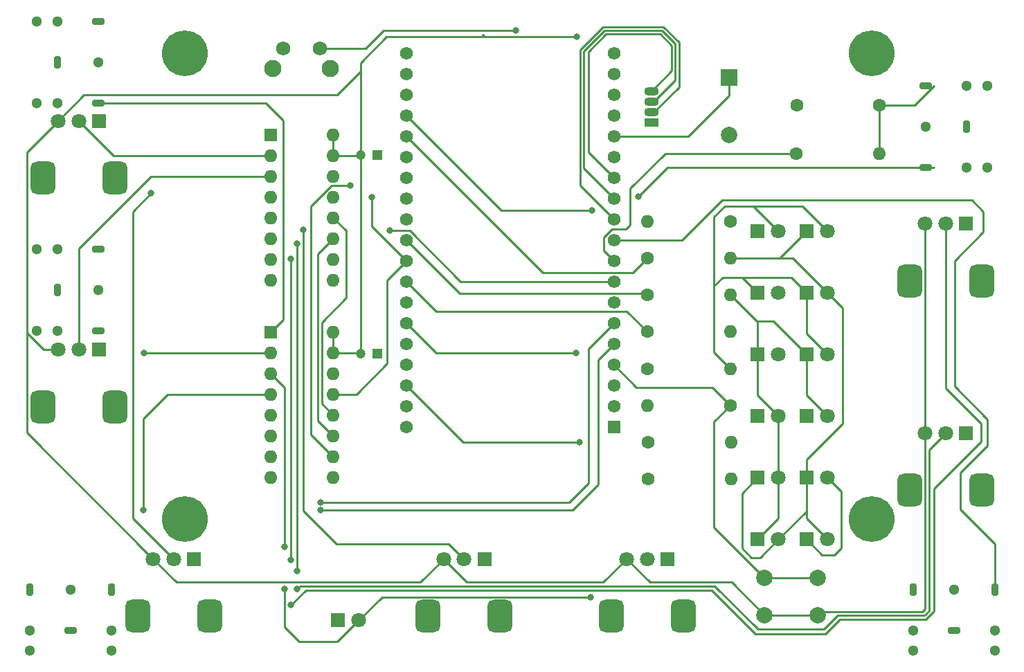
<source format=gbr>
%TF.GenerationSoftware,KiCad,Pcbnew,(6.0.4)*%
%TF.CreationDate,2022-10-21T11:56:49+02:00*%
%TF.ProjectId,Spikeling_V2.2c,5370696b-656c-4696-9e67-5f56322e3263,rev?*%
%TF.SameCoordinates,Original*%
%TF.FileFunction,Copper,L1,Top*%
%TF.FilePolarity,Positive*%
%FSLAX46Y46*%
G04 Gerber Fmt 4.6, Leading zero omitted, Abs format (unit mm)*
G04 Created by KiCad (PCBNEW (6.0.4)) date 2022-10-21 11:56:49*
%MOMM*%
%LPD*%
G01*
G04 APERTURE LIST*
G04 Aperture macros list*
%AMRoundRect*
0 Rectangle with rounded corners*
0 $1 Rounding radius*
0 $2 $3 $4 $5 $6 $7 $8 $9 X,Y pos of 4 corners*
0 Add a 4 corners polygon primitive as box body*
4,1,4,$2,$3,$4,$5,$6,$7,$8,$9,$2,$3,0*
0 Add four circle primitives for the rounded corners*
1,1,$1+$1,$2,$3*
1,1,$1+$1,$4,$5*
1,1,$1+$1,$6,$7*
1,1,$1+$1,$8,$9*
0 Add four rect primitives between the rounded corners*
20,1,$1+$1,$2,$3,$4,$5,0*
20,1,$1+$1,$4,$5,$6,$7,0*
20,1,$1+$1,$6,$7,$8,$9,0*
20,1,$1+$1,$8,$9,$2,$3,0*%
G04 Aperture macros list end*
%TA.AperFunction,ComponentPad*%
%ADD10O,1.800000X1.070000*%
%TD*%
%TA.AperFunction,ComponentPad*%
%ADD11R,1.800000X1.070000*%
%TD*%
%TA.AperFunction,ComponentPad*%
%ADD12C,5.600000*%
%TD*%
%TA.AperFunction,ComponentPad*%
%ADD13R,1.800000X1.800000*%
%TD*%
%TA.AperFunction,ComponentPad*%
%ADD14C,1.800000*%
%TD*%
%TA.AperFunction,ComponentPad*%
%ADD15C,1.600000*%
%TD*%
%TA.AperFunction,ComponentPad*%
%ADD16O,1.600000X1.600000*%
%TD*%
%TA.AperFunction,ComponentPad*%
%ADD17R,1.600000X1.600000*%
%TD*%
%TA.AperFunction,ComponentPad*%
%ADD18RoundRect,0.750000X-0.750000X1.250000X-0.750000X-1.250000X0.750000X-1.250000X0.750000X1.250000X0*%
%TD*%
%TA.AperFunction,ComponentPad*%
%ADD19C,1.300000*%
%TD*%
%TA.AperFunction,ComponentPad*%
%ADD20RoundRect,0.200000X0.550000X0.200000X-0.550000X0.200000X-0.550000X-0.200000X0.550000X-0.200000X0*%
%TD*%
%TA.AperFunction,ComponentPad*%
%ADD21RoundRect,0.200000X-0.200000X0.550000X-0.200000X-0.550000X0.200000X-0.550000X0.200000X0.550000X0*%
%TD*%
%TA.AperFunction,ComponentPad*%
%ADD22RoundRect,0.200000X-0.550000X-0.200000X0.550000X-0.200000X0.550000X0.200000X-0.550000X0.200000X0*%
%TD*%
%TA.AperFunction,ComponentPad*%
%ADD23RoundRect,0.200000X0.200000X-0.550000X0.200000X0.550000X-0.200000X0.550000X-0.200000X-0.550000X0*%
%TD*%
%TA.AperFunction,ComponentPad*%
%ADD24R,1.200000X1.200000*%
%TD*%
%TA.AperFunction,ComponentPad*%
%ADD25C,1.200000*%
%TD*%
%TA.AperFunction,ComponentPad*%
%ADD26C,2.100000*%
%TD*%
%TA.AperFunction,ComponentPad*%
%ADD27C,1.750000*%
%TD*%
%TA.AperFunction,ComponentPad*%
%ADD28R,2.000000X2.000000*%
%TD*%
%TA.AperFunction,ComponentPad*%
%ADD29C,2.000000*%
%TD*%
%TA.AperFunction,ComponentPad*%
%ADD30R,1.560000X1.560000*%
%TD*%
%TA.AperFunction,ComponentPad*%
%ADD31C,1.560000*%
%TD*%
%TA.AperFunction,ViaPad*%
%ADD32C,0.800000*%
%TD*%
%TA.AperFunction,Conductor*%
%ADD33C,0.250000*%
%TD*%
G04 APERTURE END LIST*
D10*
%TO.P,D14,1,RA*%
%TO.N,/27*%
X177000000Y-62230000D03*
D11*
%TO.P,D14,2,K*%
%TO.N,Net-(R4-Pad2)*%
X177000000Y-63500000D03*
D10*
%TO.P,D14,3,GA*%
%TO.N,/14*%
X177000000Y-60960000D03*
%TO.P,D14,4,BA*%
%TO.N,/12*%
X177000000Y-59690000D03*
%TD*%
D12*
%TO.P, ,1*%
%TO.N,N/C*%
X120000000Y-55000000D03*
%TD*%
D13*
%TO.P,D7,1,K*%
%TO.N,Net-(R8-Pad2)*%
X190000000Y-76779000D03*
D14*
%TO.P,D7,2,A*%
%TO.N,Net-(R9-Pad2)*%
X192540000Y-76779000D03*
%TD*%
D13*
%TO.P,D2,1,K*%
%TO.N,Net-(R7-Pad2)*%
X190000000Y-114504000D03*
D14*
%TO.P,D2,2,A*%
%TO.N,Net-(R6-Pad2)*%
X192540000Y-114504000D03*
%TD*%
D15*
%TO.P,R5,1*%
%TO.N,/39*%
X186660000Y-98100000D03*
D16*
%TO.P,R5,2*%
%TO.N,GNDREF*%
X176500000Y-98100000D03*
%TD*%
D17*
%TO.P,U3,1,CH0*%
%TO.N,/200*%
X130500000Y-89125000D03*
D16*
%TO.P,U3,2,CH1*%
%TO.N,/201*%
X130500000Y-91665000D03*
%TO.P,U3,3,CH2*%
%TO.N,/202*%
X130500000Y-94205000D03*
%TO.P,U3,4,CH3*%
%TO.N,/203*%
X130500000Y-96745000D03*
%TO.P,U3,5,CH4*%
%TO.N,/204*%
X130500000Y-99285000D03*
%TO.P,U3,6,CH5*%
%TO.N,/205*%
X130500000Y-101825000D03*
%TO.P,U3,7,CH6*%
%TO.N,/206*%
X130500000Y-104365000D03*
%TO.P,U3,8,CH7*%
%TO.N,/207*%
X130500000Y-106905000D03*
%TO.P,U3,9,DGND*%
%TO.N,GNDREF*%
X138120000Y-106905000D03*
%TO.P,U3,10,~{CS}/SHDN*%
%TO.N,/04*%
X138120000Y-104365000D03*
%TO.P,U3,11,Din*%
%TO.N,/32*%
X138120000Y-101825000D03*
%TO.P,U3,12,Dout*%
%TO.N,/33*%
X138120000Y-99285000D03*
%TO.P,U3,13,CLK*%
%TO.N,/18*%
X138120000Y-96745000D03*
%TO.P,U3,14,AGND*%
%TO.N,GNDREF*%
X138120000Y-94205000D03*
%TO.P,U3,15,Vref*%
%TO.N,VCC*%
X138120000Y-91665000D03*
%TO.P,U3,16,Vdd*%
X138120000Y-89125000D03*
%TD*%
D13*
%TO.P,RV6,1,1*%
%TO.N,GNDREF*%
X215500000Y-101500000D03*
D14*
%TO.P,RV6,2,2*%
%TO.N,/104*%
X213000000Y-101500000D03*
%TO.P,RV6,3,3*%
%TO.N,VCC*%
X210500000Y-101500000D03*
D18*
%TO.P,RV6,MP*%
%TO.N,N/C*%
X208600000Y-108500000D03*
X217400000Y-108500000D03*
%TD*%
D13*
%TO.P,RV4,1,1*%
%TO.N,GNDREF*%
X179000000Y-116900000D03*
D14*
%TO.P,RV4,2,2*%
%TO.N,/106*%
X176500000Y-116900000D03*
%TO.P,RV4,3,3*%
%TO.N,VCC*%
X174000000Y-116900000D03*
D18*
%TO.P,RV4,MP*%
%TO.N,N/C*%
X180900000Y-123900000D03*
X172100000Y-123900000D03*
%TD*%
D19*
%TO.P,J2,*%
%TO.N,*%
X101882500Y-51100000D03*
X104382500Y-51100000D03*
X109382500Y-56100000D03*
X101882500Y-61100000D03*
X104382500Y-61100000D03*
D20*
%TO.P,J2,R*%
%TO.N,/200*%
X109382500Y-61100000D03*
D21*
%TO.P,J2,S*%
%TO.N,GNDREF*%
X104382500Y-56100000D03*
D20*
%TO.P,J2,T*%
%TO.N,/35*%
X109382500Y-51100000D03*
%TD*%
D19*
%TO.P,J1,*%
%TO.N,*%
X215600000Y-59000000D03*
X215600000Y-69000000D03*
X218100000Y-59000000D03*
X210600000Y-64000000D03*
X218100000Y-69000000D03*
D22*
%TO.P,J1,R*%
%TO.N,Net-(R1-Pad2)*%
X210600000Y-59000000D03*
D23*
%TO.P,J1,S*%
%TO.N,GNDREF*%
X215600000Y-64000000D03*
D22*
%TO.P,J1,T*%
%TO.N,/15*%
X210600000Y-69000000D03*
%TD*%
D13*
%TO.P,RV1,1,1*%
%TO.N,GNDREF*%
X109500000Y-63300000D03*
D14*
%TO.P,RV1,2,2*%
%TO.N,/101*%
X107000000Y-63300000D03*
%TO.P,RV1,3,3*%
%TO.N,VCC*%
X104500000Y-63300000D03*
D18*
%TO.P,RV1,MP*%
%TO.N,N/C*%
X102600000Y-70300000D03*
X111400000Y-70300000D03*
%TD*%
D13*
%TO.P,D4,1,K*%
%TO.N,Net-(R8-Pad2)*%
X190000000Y-99414000D03*
D14*
%TO.P,D4,2,A*%
%TO.N,Net-(R7-Pad2)*%
X192540000Y-99414000D03*
%TD*%
D13*
%TO.P,RV3,1,1*%
%TO.N,GNDREF*%
X121100000Y-116900000D03*
D14*
%TO.P,RV3,2,2*%
%TO.N,/100*%
X118600000Y-116900000D03*
%TO.P,RV3,3,3*%
%TO.N,VCC*%
X116100000Y-116900000D03*
D18*
%TO.P,RV3,MP*%
%TO.N,N/C*%
X123000000Y-123900000D03*
X114200000Y-123900000D03*
%TD*%
D15*
%TO.P,R3,1*%
%TO.N,/22*%
X176600000Y-102600000D03*
D16*
%TO.P,R3,2*%
%TO.N,Net-(R3-Pad2)*%
X186760000Y-102600000D03*
%TD*%
D12*
%TO.P, ,1*%
%TO.N,N/C*%
X204000000Y-55000000D03*
%TD*%
D17*
%TO.P,U2,1,CH0*%
%TO.N,/100*%
X130500000Y-65000000D03*
D16*
%TO.P,U2,2,CH1*%
%TO.N,/101*%
X130500000Y-67540000D03*
%TO.P,U2,3,CH2*%
%TO.N,/102*%
X130500000Y-70080000D03*
%TO.P,U2,4,CH3*%
%TO.N,/103*%
X130500000Y-72620000D03*
%TO.P,U2,5,CH4*%
%TO.N,/104*%
X130500000Y-75160000D03*
%TO.P,U2,6,CH5*%
%TO.N,/105*%
X130500000Y-77700000D03*
%TO.P,U2,7,CH6*%
%TO.N,/106*%
X130500000Y-80240000D03*
%TO.P,U2,8,CH7*%
%TO.N,/107*%
X130500000Y-82780000D03*
%TO.P,U2,9,DGND*%
%TO.N,GNDREF*%
X138120000Y-82780000D03*
%TO.P,U2,10,~{CS}/SHDN*%
%TO.N,/00*%
X138120000Y-80240000D03*
%TO.P,U2,11,Din*%
%TO.N,/32*%
X138120000Y-77700000D03*
%TO.P,U2,12,Dout*%
%TO.N,/33*%
X138120000Y-75160000D03*
%TO.P,U2,13,CLK*%
%TO.N,/18*%
X138120000Y-72620000D03*
%TO.P,U2,14,AGND*%
%TO.N,GNDREF*%
X138120000Y-70080000D03*
%TO.P,U2,15,Vref*%
%TO.N,VCC*%
X138120000Y-67540000D03*
%TO.P,U2,16,Vdd*%
X138120000Y-65000000D03*
%TD*%
D24*
%TO.P,C2,1*%
%TO.N,GNDREF*%
X143472600Y-91750000D03*
D25*
%TO.P,C2,2*%
%TO.N,VCC*%
X141472600Y-91750000D03*
%TD*%
D19*
%TO.P,J5,*%
%TO.N,*%
X219000000Y-125617500D03*
X219000000Y-128117500D03*
X209000000Y-128117500D03*
X214000000Y-120617500D03*
X209000000Y-125617500D03*
D21*
%TO.P,J5,R*%
%TO.N,/26*%
X219000000Y-120617500D03*
D22*
%TO.P,J5,S*%
%TO.N,GNDREF*%
X214000000Y-125617500D03*
D21*
%TO.P,J5,T*%
%TO.N,Net-(R3-Pad2)*%
X209000000Y-120617500D03*
%TD*%
D26*
%TO.P,SW2,*%
%TO.N,*%
X137760000Y-56930000D03*
X130750000Y-56930000D03*
D27*
%TO.P,SW2,1,1*%
%TO.N,GNDREF*%
X132000000Y-54440000D03*
%TO.P,SW2,2,2*%
%TO.N,Net-(SW2-Pad2)*%
X136500000Y-54440000D03*
%TD*%
D13*
%TO.P,D11,1,K*%
%TO.N,Net-(R7-Pad2)*%
X196000000Y-91869000D03*
D14*
%TO.P,D11,2,A*%
%TO.N,Net-(R9-Pad2)*%
X198540000Y-91869000D03*
%TD*%
D13*
%TO.P,D9,1,K*%
%TO.N,Net-(R6-Pad2)*%
X196000000Y-106959000D03*
D14*
%TO.P,D9,2,A*%
%TO.N,Net-(R8-Pad2)*%
X198540000Y-106959000D03*
%TD*%
D24*
%TO.P,C1,1*%
%TO.N,GNDREF*%
X143472600Y-67500000D03*
D25*
%TO.P,C1,2*%
%TO.N,VCC*%
X141472600Y-67500000D03*
%TD*%
D15*
%TO.P,R9,1*%
%TO.N,/21*%
X176500000Y-93600000D03*
D16*
%TO.P,R9,2*%
%TO.N,Net-(R9-Pad2)*%
X186660000Y-93600000D03*
%TD*%
D13*
%TO.P,D13,1,K*%
%TO.N,Net-(R6-Pad2)*%
X196000000Y-76779000D03*
D14*
%TO.P,D13,2,A*%
%TO.N,Net-(R9-Pad2)*%
X198540000Y-76779000D03*
%TD*%
D13*
%TO.P,D12,1,K*%
%TO.N,Net-(R9-Pad2)*%
X196000000Y-84324000D03*
D14*
%TO.P,D12,2,A*%
%TO.N,Net-(R6-Pad2)*%
X198540000Y-84324000D03*
%TD*%
D13*
%TO.P,D10,1,K*%
%TO.N,Net-(R9-Pad2)*%
X196000000Y-99414000D03*
D14*
%TO.P,D10,2,A*%
%TO.N,Net-(R7-Pad2)*%
X198540000Y-99414000D03*
%TD*%
D15*
%TO.P,R1,1*%
%TO.N,/25*%
X194720000Y-67300000D03*
D16*
%TO.P,R1,2*%
%TO.N,Net-(R1-Pad2)*%
X204880000Y-67300000D03*
%TD*%
D13*
%TO.P,D1,1,K*%
%TO.N,GNDREF*%
X138688000Y-124400000D03*
D14*
%TO.P,D1,2,A*%
%TO.N,/202*%
X141228000Y-124400000D03*
%TD*%
D13*
%TO.P,RV7,1,1*%
%TO.N,GNDREF*%
X215500000Y-75872000D03*
D14*
%TO.P,RV7,2,2*%
%TO.N,/105*%
X213000000Y-75872000D03*
%TO.P,RV7,3,3*%
%TO.N,VCC*%
X210500000Y-75872000D03*
D18*
%TO.P,RV7,MP*%
%TO.N,N/C*%
X208600000Y-82872000D03*
X217400000Y-82872000D03*
%TD*%
D13*
%TO.P,RV2,1,1*%
%TO.N,GNDREF*%
X109500000Y-91300000D03*
D14*
%TO.P,RV2,2,2*%
%TO.N,/102*%
X107000000Y-91300000D03*
%TO.P,RV2,3,3*%
%TO.N,VCC*%
X104500000Y-91300000D03*
D18*
%TO.P,RV2,MP*%
%TO.N,N/C*%
X111400000Y-98300000D03*
X102600000Y-98300000D03*
%TD*%
D19*
%TO.P,e,*%
%TO.N,*%
X104382500Y-79000000D03*
X101882500Y-89000000D03*
X101882500Y-79000000D03*
X109382500Y-84000000D03*
X104382500Y-89000000D03*
D20*
%TO.P,e,R*%
%TO.N,/201*%
X109382500Y-89000000D03*
D21*
%TO.P,e,S*%
%TO.N,GNDREF*%
X104382500Y-84000000D03*
D20*
%TO.P,e,T*%
%TO.N,/34*%
X109382500Y-79000000D03*
%TD*%
D13*
%TO.P,D3,1,K*%
%TO.N,Net-(R6-Pad2)*%
X190000000Y-106959000D03*
D14*
%TO.P,D3,2,A*%
%TO.N,Net-(R7-Pad2)*%
X192540000Y-106959000D03*
%TD*%
D12*
%TO.P, ,1*%
%TO.N,N/C*%
X204000000Y-112000000D03*
%TD*%
D13*
%TO.P,D5,1,K*%
%TO.N,Net-(R7-Pad2)*%
X190000000Y-91869000D03*
D14*
%TO.P,D5,2,A*%
%TO.N,Net-(R8-Pad2)*%
X192540000Y-91869000D03*
%TD*%
D19*
%TO.P,J4,*%
%TO.N,*%
X101000000Y-128117500D03*
X111000000Y-125617500D03*
X101000000Y-125617500D03*
X111000000Y-128117500D03*
X106000000Y-120617500D03*
D21*
%TO.P,J4,R*%
%TO.N,/203*%
X111000000Y-120617500D03*
D22*
%TO.P,J4,S*%
%TO.N,GNDREF*%
X106000000Y-125617500D03*
D21*
%TO.P,J4,T*%
%TO.N,unconnected-(J4-PadT)*%
X101000000Y-120617500D03*
%TD*%
D15*
%TO.P,R8,1*%
%TO.N,/19*%
X176500000Y-89100000D03*
D16*
%TO.P,R8,2*%
%TO.N,Net-(R8-Pad2)*%
X186660000Y-89100000D03*
%TD*%
D15*
%TO.P,R2,1*%
%TO.N,/202*%
X176600000Y-107100000D03*
D16*
%TO.P,R2,2*%
%TO.N,GNDREF*%
X186760000Y-107100000D03*
%TD*%
D13*
%TO.P,RV5,1,1*%
%TO.N,GNDREF*%
X156619000Y-116900000D03*
D14*
%TO.P,RV5,2,2*%
%TO.N,/103*%
X154119000Y-116900000D03*
%TO.P,RV5,3,3*%
%TO.N,VCC*%
X151619000Y-116900000D03*
D18*
%TO.P,RV5,MP*%
%TO.N,N/C*%
X149719000Y-123900000D03*
X158519000Y-123900000D03*
%TD*%
D15*
%TO.P,C3,1*%
%TO.N,Net-(R1-Pad2)*%
X204860000Y-61350000D03*
%TO.P,C3,2*%
%TO.N,GNDREF*%
X194830000Y-61350000D03*
%TD*%
%TO.P,R7,1*%
%TO.N,/05*%
X176500000Y-84600000D03*
D16*
%TO.P,R7,2*%
%TO.N,Net-(R7-Pad2)*%
X186660000Y-84600000D03*
%TD*%
D15*
%TO.P,R4,1*%
%TO.N,GNDREF*%
X186680000Y-75600000D03*
D16*
%TO.P,R4,2*%
%TO.N,Net-(R4-Pad2)*%
X176520000Y-75600000D03*
%TD*%
D28*
%TO.P,BZ1,1,-*%
%TO.N,/13*%
X186500000Y-58000000D03*
D29*
%TO.P,BZ1,2,+*%
%TO.N,GNDREF*%
X186500000Y-65000000D03*
%TD*%
D12*
%TO.P, ,1*%
%TO.N,N/C*%
X120000000Y-112000000D03*
%TD*%
D15*
%TO.P,R6,1*%
%TO.N,/02*%
X176500000Y-80100000D03*
D16*
%TO.P,R6,2*%
%TO.N,Net-(R6-Pad2)*%
X186660000Y-80100000D03*
%TD*%
D29*
%TO.P,SW1,1,1*%
%TO.N,/39*%
X190860000Y-119250000D03*
X197360000Y-119250000D03*
%TO.P,SW1,2,2*%
%TO.N,VCC*%
X197360000Y-123750000D03*
X190860000Y-123750000D03*
%TD*%
D30*
%TO.P,U1,1,3V3*%
%TO.N,+3V3*%
X172450000Y-100760000D03*
D31*
%TO.P,U1,2,EN*%
%TO.N,Net-(SW2-Pad2)*%
X172450000Y-98220000D03*
%TO.P,U1,3,SENSOR_VP*%
%TO.N,unconnected-(U1-Pad3)*%
X172450000Y-95680000D03*
%TO.P,U1,4,SENSOR_VN*%
%TO.N,/39*%
X172450000Y-93140000D03*
%TO.P,U1,5,IO34*%
%TO.N,/34*%
X172450000Y-90600000D03*
%TO.P,U1,6,IO35*%
%TO.N,/35*%
X172450000Y-88060000D03*
%TO.P,U1,7,IO32*%
%TO.N,/32*%
X172450000Y-85520000D03*
%TO.P,U1,8,IO33*%
%TO.N,/33*%
X172450000Y-82980000D03*
%TO.P,U1,9,IO25*%
%TO.N,/25*%
X172450000Y-80440000D03*
%TO.P,U1,10,IO26*%
%TO.N,/26*%
X172450000Y-77900000D03*
%TO.P,U1,11,IO27*%
%TO.N,/27*%
X172450000Y-75360000D03*
%TO.P,U1,12,IO14*%
%TO.N,/14*%
X172450000Y-72820000D03*
%TO.P,U1,13,IO12*%
%TO.N,/12*%
X172450000Y-70280000D03*
%TO.P,U1,14,GND1*%
%TO.N,GNDREF*%
X172450000Y-67740000D03*
%TO.P,U1,15,IO13*%
%TO.N,/13*%
X172450000Y-65200000D03*
%TO.P,U1,16,SD2*%
%TO.N,unconnected-(U1-Pad16)*%
X172450000Y-62660000D03*
%TO.P,U1,17,SD3*%
%TO.N,unconnected-(U1-Pad17)*%
X172450000Y-60120000D03*
%TO.P,U1,18,CMD*%
%TO.N,unconnected-(U1-Pad18)*%
X172450000Y-57580000D03*
%TO.P,U1,19,EXT_5V*%
%TO.N,VCC*%
X172450000Y-55040000D03*
%TO.P,U1,20,GND3*%
%TO.N,GNDREF*%
X147050000Y-100760000D03*
%TO.P,U1,21,IO23*%
%TO.N,/23*%
X147050000Y-98220000D03*
%TO.P,U1,22,IO22*%
%TO.N,/22*%
X147050000Y-95680000D03*
%TO.P,U1,23,TXD0*%
%TO.N,unconnected-(U1-Pad23)*%
X147050000Y-93140000D03*
%TO.P,U1,24,RXD0*%
%TO.N,unconnected-(U1-Pad24)*%
X147050000Y-90600000D03*
%TO.P,U1,25,IO21*%
%TO.N,/21*%
X147050000Y-88060000D03*
%TO.P,U1,26,GND2*%
%TO.N,GNDREF*%
X147050000Y-85520000D03*
%TO.P,U1,27,IO19*%
%TO.N,/19*%
X147050000Y-82980000D03*
%TO.P,U1,28,IO18*%
%TO.N,/18*%
X147050000Y-80440000D03*
%TO.P,U1,29,IO5*%
%TO.N,/05*%
X147050000Y-77900000D03*
%TO.P,U1,30,IO17*%
%TO.N,/17*%
X147050000Y-75360000D03*
%TO.P,U1,31,IO16*%
%TO.N,/16*%
X147050000Y-72820000D03*
%TO.P,U1,32,IO4*%
%TO.N,/04*%
X147050000Y-70280000D03*
%TO.P,U1,33,IO0*%
%TO.N,/00*%
X147050000Y-67740000D03*
%TO.P,U1,34,IO2*%
%TO.N,/02*%
X147050000Y-65200000D03*
%TO.P,U1,35,IO15*%
%TO.N,/15*%
X147050000Y-62660000D03*
%TO.P,U1,36,SD1*%
%TO.N,unconnected-(U1-Pad36)*%
X147050000Y-60120000D03*
%TO.P,U1,37,SD0*%
%TO.N,unconnected-(U1-Pad37)*%
X147050000Y-57580000D03*
%TO.P,U1,38,CLK*%
%TO.N,unconnected-(U1-Pad38)*%
X147050000Y-55040000D03*
%TD*%
D13*
%TO.P,D8,1,K*%
%TO.N,Net-(R8-Pad2)*%
X196000000Y-114504000D03*
D14*
%TO.P,D8,2,A*%
%TO.N,Net-(R6-Pad2)*%
X198540000Y-114504000D03*
%TD*%
D13*
%TO.P,D6,1,K*%
%TO.N,Net-(R9-Pad2)*%
X190000000Y-84324000D03*
D14*
%TO.P,D6,2,A*%
%TO.N,Net-(R8-Pad2)*%
X192540000Y-84324000D03*
%TD*%
D32*
%TO.N,/34*%
X136550000Y-110950000D03*
%TO.N,/35*%
X136550000Y-109950000D03*
%TO.N,/22*%
X168250000Y-102600000D03*
%TO.N,/21*%
X167804511Y-91704511D03*
%TO.N,/15*%
X175400000Y-72600000D03*
X169744511Y-74255489D03*
%TO.N,VCC*%
X167900000Y-53000000D03*
%TO.N,/202*%
X132200000Y-120600000D03*
X132200000Y-115400000D03*
X169550000Y-121550000D03*
%TO.N,/203*%
X114900000Y-110900000D03*
%TO.N,/103*%
X134480000Y-76600000D03*
%TO.N,/105*%
X132950000Y-122550000D03*
X132950000Y-117000000D03*
X132950000Y-80150000D03*
%TO.N,/104*%
X133700000Y-78350000D03*
X133700000Y-118350000D03*
X133700000Y-120600000D03*
%TO.N,/201*%
X114965000Y-91665000D03*
%TO.N,/33*%
X145000000Y-76750000D03*
%TO.N,/18*%
X142800000Y-72650000D03*
%TO.N,/04*%
X140195489Y-71204511D03*
%TO.N,/100*%
X115850000Y-72150000D03*
%TO.N,Net-(SW2-Pad2)*%
X160474511Y-52275489D03*
%TD*%
D33*
%TO.N,/27*%
X180400000Y-53700000D02*
X180400000Y-59140544D01*
X178500000Y-51800000D02*
X180400000Y-53700000D01*
X172450000Y-75360000D02*
X168300000Y-71210000D01*
X177310544Y-62230000D02*
X177000000Y-62230000D01*
X172450000Y-75360000D02*
X172450000Y-74879700D01*
X168300000Y-54600000D02*
X171100000Y-51800000D01*
X176600000Y-62140000D02*
X177750000Y-62140000D01*
X180400000Y-59140544D02*
X177310544Y-62230000D01*
X168300000Y-71210000D02*
X168300000Y-54600000D01*
X171100000Y-51800000D02*
X178500000Y-51800000D01*
%TO.N,/26*%
X216200000Y-73000000D02*
X217600000Y-74400000D01*
X219000000Y-115050000D02*
X214800000Y-110850000D01*
X219000000Y-120617500D02*
X219000000Y-115050000D01*
X214800000Y-106300000D02*
X218100000Y-103000000D01*
X217600000Y-76900000D02*
X217600000Y-74400000D01*
X180750000Y-77900000D02*
X185650000Y-73000000D01*
X218100000Y-99800000D02*
X214100000Y-95800000D01*
X214100000Y-80400000D02*
X217600000Y-76900000D01*
X214100000Y-95800000D02*
X214100000Y-80400000D01*
X185650000Y-73000000D02*
X216200000Y-73000000D01*
X218100000Y-103000000D02*
X218100000Y-99800000D01*
X172450000Y-77900000D02*
X180750000Y-77900000D01*
X214800000Y-110850000D02*
X214800000Y-106300000D01*
%TO.N,/34*%
X172450000Y-90600000D02*
X170550000Y-92500000D01*
X170550000Y-92500000D02*
X170550000Y-107800000D01*
X136550000Y-110950000D02*
X136500000Y-110950000D01*
X167400000Y-110950000D02*
X136550000Y-110950000D01*
X170550000Y-107800000D02*
X167400000Y-110950000D01*
%TO.N,/35*%
X169350000Y-91160000D02*
X169350000Y-107600000D01*
X167000000Y-109950000D02*
X136550000Y-109950000D01*
X169350000Y-107600000D02*
X167000000Y-109950000D01*
X172450000Y-88060000D02*
X169350000Y-91160000D01*
%TO.N,/25*%
X174450000Y-71550000D02*
X178700000Y-67300000D01*
X172450000Y-80440000D02*
X171200000Y-79190000D01*
X172237984Y-76550000D02*
X173900000Y-76550000D01*
X171200000Y-79190000D02*
X171200000Y-77587984D01*
X171200000Y-77587984D02*
X172237984Y-76550000D01*
X173900000Y-76550000D02*
X174450000Y-76000000D01*
X178700000Y-67300000D02*
X194720000Y-67300000D01*
X174450000Y-76000000D02*
X174450000Y-71550000D01*
%TO.N,/14*%
X168749520Y-69119520D02*
X172450000Y-72820000D01*
X179950480Y-53886198D02*
X179950480Y-58320064D01*
X179950480Y-53886198D02*
X178313802Y-52249520D01*
X171286198Y-52249520D02*
X168749520Y-54786198D01*
X168749520Y-54786198D02*
X168749520Y-69119520D01*
X179950480Y-58320064D02*
X177310544Y-60960000D01*
X177310544Y-60960000D02*
X177000000Y-60960000D01*
X178313802Y-52249520D02*
X171286198Y-52249520D01*
%TO.N,/12*%
X177000000Y-59690000D02*
X179500000Y-57190000D01*
X169300000Y-67130000D02*
X172450000Y-70280000D01*
X178127604Y-52699040D02*
X171472396Y-52699040D01*
X179500000Y-57190000D02*
X179500000Y-54071436D01*
X171472396Y-52699040D02*
X169300000Y-54871436D01*
X179500000Y-54071436D02*
X178127604Y-52699040D01*
X169300000Y-54871436D02*
X169300000Y-67130000D01*
%TO.N,/13*%
X181500000Y-65200000D02*
X186500000Y-60200000D01*
X172450000Y-65200000D02*
X172450000Y-64800000D01*
X172450000Y-65200000D02*
X181500000Y-65200000D01*
X186500000Y-58000000D02*
X186500000Y-60200000D01*
%TO.N,/22*%
X147050000Y-95680000D02*
X153970000Y-102600000D01*
X153970000Y-102600000D02*
X168250000Y-102600000D01*
%TO.N,/21*%
X150694511Y-91704511D02*
X147050000Y-88060000D01*
X167804511Y-91704511D02*
X150694511Y-91704511D01*
%TO.N,/19*%
X150694511Y-86624511D02*
X147050000Y-82980000D01*
X176500000Y-89100000D02*
X174024511Y-86624511D01*
X174024511Y-86624511D02*
X150694511Y-86624511D01*
%TO.N,/05*%
X153565489Y-84415489D02*
X147050000Y-77900000D01*
X176315489Y-84415489D02*
X153565489Y-84415489D01*
X176500000Y-84600000D02*
X176315489Y-84415489D01*
%TO.N,/02*%
X163725489Y-81875489D02*
X147050000Y-65200000D01*
X176500000Y-80100000D02*
X174724511Y-81875489D01*
X174724511Y-81875489D02*
X163725489Y-81875489D01*
%TO.N,/15*%
X158645489Y-74255489D02*
X169744511Y-74255489D01*
X179000000Y-69000000D02*
X175400000Y-72600000D01*
X211600000Y-69000000D02*
X179000000Y-69000000D01*
X147050000Y-62660000D02*
X158645489Y-74255489D01*
%TO.N,Net-(R1-Pad2)*%
X211600000Y-59000000D02*
X209250000Y-61350000D01*
X204880000Y-61370000D02*
X204860000Y-61350000D01*
X204880000Y-67300000D02*
X204880000Y-61370000D01*
X209250000Y-61350000D02*
X204860000Y-61350000D01*
%TO.N,Net-(R7-Pad2)*%
X190000000Y-87940000D02*
X190000000Y-91869000D01*
X186660000Y-84600000D02*
X189880000Y-87820000D01*
X192540000Y-106959000D02*
X192540000Y-111964000D01*
X189880000Y-87820000D02*
X190000000Y-87940000D01*
X196000000Y-91869000D02*
X191951000Y-87820000D01*
X196000000Y-96874000D02*
X198540000Y-99414000D01*
X192540000Y-111964000D02*
X190000000Y-114504000D01*
X190000000Y-91869000D02*
X190000000Y-96874000D01*
X190000000Y-96874000D02*
X192540000Y-99414000D01*
X192540000Y-99414000D02*
X192540000Y-106959000D01*
X196000000Y-91869000D02*
X196000000Y-96874000D01*
X191951000Y-87820000D02*
X189880000Y-87820000D01*
%TO.N,Net-(R6-Pad2)*%
X186660000Y-80100000D02*
X192679000Y-80100000D01*
X192679000Y-80100000D02*
X196000000Y-76779000D01*
X198540000Y-84324000D02*
X194316000Y-80100000D01*
X196000000Y-110850000D02*
X196000000Y-106959000D01*
X196000000Y-106959000D02*
X196000000Y-104750000D01*
X196000000Y-111964000D02*
X196000000Y-110850000D01*
X196000000Y-104750000D02*
X200400000Y-100350000D01*
X198540000Y-114504000D02*
X196000000Y-111964000D01*
X200400000Y-100350000D02*
X200400000Y-86184000D01*
X189250000Y-116750000D02*
X190294000Y-116750000D01*
X190294000Y-116750000D02*
X192540000Y-114504000D01*
X188100000Y-108859000D02*
X188100000Y-115600000D01*
X188100000Y-115600000D02*
X189250000Y-116750000D01*
X200400000Y-86184000D02*
X198540000Y-84324000D01*
X190000000Y-106959000D02*
X188100000Y-108859000D01*
X196000000Y-111044000D02*
X196000000Y-110850000D01*
X192540000Y-114504000D02*
X196000000Y-111044000D01*
X194316000Y-80100000D02*
X192679000Y-80100000D01*
%TO.N,Net-(R8-Pad2)*%
X196000000Y-114504000D02*
X197896000Y-116400000D01*
X200200000Y-108619000D02*
X198540000Y-106959000D01*
X196000000Y-114504000D02*
X196004000Y-114504000D01*
X200200000Y-115600000D02*
X200200000Y-108619000D01*
X199400000Y-116400000D02*
X200200000Y-115600000D01*
X197896000Y-116400000D02*
X199400000Y-116400000D01*
%TO.N,Net-(R9-Pad2)*%
X185750000Y-82450000D02*
X188126000Y-82450000D01*
X196000000Y-89329000D02*
X198540000Y-91869000D01*
X196000000Y-84324000D02*
X196000000Y-89329000D01*
X195511000Y-73750000D02*
X189511000Y-73750000D01*
X186000000Y-73750000D02*
X189511000Y-73750000D01*
X184700000Y-83500000D02*
X184700000Y-75050000D01*
X194126000Y-82450000D02*
X188126000Y-82450000D01*
X186660000Y-93600000D02*
X184700000Y-91640000D01*
X184700000Y-91640000D02*
X184700000Y-83500000D01*
X188126000Y-82450000D02*
X190000000Y-84324000D01*
X189511000Y-73750000D02*
X192540000Y-76779000D01*
X184700000Y-75050000D02*
X186000000Y-73750000D01*
X184700000Y-83500000D02*
X185750000Y-82450000D01*
X198540000Y-76779000D02*
X195511000Y-73750000D01*
X196000000Y-84324000D02*
X194126000Y-82450000D01*
%TO.N,Net-(R4-Pad2)*%
X176600000Y-63410000D02*
X177750000Y-63410000D01*
%TO.N,/39*%
X184650000Y-100110000D02*
X184650000Y-113040000D01*
X172450000Y-93140000D02*
X175210000Y-95900000D01*
X186660000Y-98100000D02*
X184650000Y-100110000D01*
X190860000Y-119250000D02*
X197360000Y-119250000D01*
X175210000Y-95900000D02*
X184460000Y-95900000D01*
X184650000Y-113040000D02*
X190860000Y-119250000D01*
X184460000Y-95900000D02*
X186660000Y-98100000D01*
%TO.N,VCC*%
X156649982Y-53000000D02*
X164550000Y-53000000D01*
X156374991Y-52725009D02*
X156649982Y-53000000D01*
X186860000Y-119750000D02*
X176850000Y-119750000D01*
X104500000Y-63300000D02*
X100650000Y-67150000D01*
X138120000Y-89125000D02*
X138120000Y-91665000D01*
X210149040Y-123350960D02*
X197759040Y-123350960D01*
X156350000Y-53000000D02*
X156350000Y-52750000D01*
X102740678Y-91300000D02*
X104500000Y-91300000D01*
X144650000Y-53000000D02*
X156350000Y-53000000D01*
X197759040Y-123350960D02*
X197360000Y-123750000D01*
X154469000Y-119750000D02*
X171150000Y-119750000D01*
X116100000Y-116900000D02*
X100650000Y-101450000D01*
X171150000Y-119750000D02*
X174000000Y-116900000D01*
X141472600Y-57277400D02*
X141472600Y-56177400D01*
X138600000Y-60150000D02*
X141472600Y-57277400D01*
X164550000Y-53000000D02*
X164700000Y-53000000D01*
X138120000Y-67540000D02*
X141432600Y-67540000D01*
X141472600Y-67500000D02*
X141472600Y-56177400D01*
X148769000Y-119750000D02*
X151619000Y-116900000D01*
X100650000Y-67150000D02*
X100650000Y-89209322D01*
X100650000Y-89209322D02*
X102740678Y-91300000D01*
X100650000Y-101450000D02*
X100650000Y-89209322D01*
X210500000Y-101500000D02*
X210500000Y-123000000D01*
X156350000Y-53000000D02*
X167900000Y-53000000D01*
X107650000Y-60150000D02*
X138600000Y-60150000D01*
X176850000Y-119750000D02*
X174000000Y-116900000D01*
X104500000Y-63300000D02*
X107650000Y-60150000D01*
X138120000Y-91665000D02*
X141387600Y-91665000D01*
X141432600Y-67540000D02*
X141472600Y-67500000D01*
X190860000Y-123750000D02*
X197360000Y-123750000D01*
X210500000Y-75872000D02*
X210500000Y-101500000D01*
X156350000Y-52750000D02*
X156374991Y-52725009D01*
X190860000Y-123750000D02*
X186860000Y-119750000D01*
X116100000Y-116900000D02*
X118950000Y-119750000D01*
X141387600Y-91665000D02*
X141472600Y-91750000D01*
X210500000Y-123000000D02*
X210149040Y-123350960D01*
X138120000Y-65000000D02*
X138120000Y-67540000D01*
X118950000Y-119750000D02*
X148769000Y-119750000D01*
X141472600Y-56177400D02*
X144650000Y-53000000D01*
X151619000Y-116900000D02*
X154469000Y-119750000D01*
X141472600Y-67500000D02*
X141472600Y-91750000D01*
%TO.N,/202*%
X132200000Y-125250000D02*
X133950000Y-127000000D01*
X144078000Y-121550000D02*
X141228000Y-124400000D01*
X169550000Y-121550000D02*
X144078000Y-121550000D01*
X132200000Y-95905000D02*
X132200000Y-115400000D01*
X138628000Y-127000000D02*
X141228000Y-124400000D01*
X133950000Y-127000000D02*
X138628000Y-127000000D01*
X130500000Y-94205000D02*
X132200000Y-95905000D01*
X132200000Y-120600000D02*
X132200000Y-125250000D01*
%TO.N,/203*%
X130500000Y-96745000D02*
X117855000Y-96745000D01*
X114900000Y-99700000D02*
X114900000Y-110900000D01*
X117855000Y-96745000D02*
X114900000Y-99700000D01*
%TO.N,/103*%
X154119000Y-116900000D02*
X152269000Y-115050000D01*
X152269000Y-115050000D02*
X138550000Y-115050000D01*
X134480000Y-110980000D02*
X134575000Y-111075000D01*
X138550000Y-115050000D02*
X134575000Y-111075000D01*
X134480000Y-76600000D02*
X134480000Y-110980000D01*
%TO.N,/105*%
X217300000Y-102550000D02*
X217300000Y-100350000D01*
X213000000Y-96050000D02*
X213000000Y-75872000D01*
X134750000Y-120750000D02*
X184400000Y-120750000D01*
X132950000Y-122550000D02*
X134750000Y-120750000D01*
X210585717Y-124250000D02*
X211550000Y-123285717D01*
X200100000Y-124250000D02*
X210585717Y-124250000D01*
X132950000Y-80150000D02*
X132950000Y-117000000D01*
X184400000Y-120750000D02*
X189750000Y-126100000D01*
X189750000Y-126100000D02*
X198250000Y-126100000D01*
X211550000Y-108300000D02*
X217300000Y-102550000D01*
X217300000Y-100350000D02*
X213000000Y-96050000D01*
X211550000Y-123285717D02*
X211550000Y-108300000D01*
X198250000Y-126100000D02*
X200100000Y-124250000D01*
%TO.N,/104*%
X133700000Y-120600000D02*
X134100480Y-120199520D01*
X210949520Y-103550480D02*
X210949520Y-123250480D01*
X210949520Y-123250480D02*
X210399520Y-123800480D01*
X134100480Y-120199520D02*
X184749520Y-120199520D01*
X198150000Y-125500000D02*
X190050000Y-125500000D01*
X133700000Y-78350000D02*
X133700000Y-118350000D01*
X190050000Y-125500000D02*
X184749520Y-120199520D01*
X213000000Y-101500000D02*
X210949520Y-103550480D01*
X198150000Y-125500000D02*
X199849520Y-123800480D01*
X210399520Y-123800480D02*
X199849520Y-123800480D01*
%TO.N,/101*%
X111240000Y-67540000D02*
X130500000Y-67540000D01*
X107000000Y-63300000D02*
X111240000Y-67540000D01*
%TO.N,/102*%
X107000000Y-91300000D02*
X107000000Y-78890717D01*
X115810717Y-70080000D02*
X130500000Y-70080000D01*
X107000000Y-78890717D02*
X115810717Y-70080000D01*
%TO.N,/200*%
X132000000Y-63250000D02*
X129850000Y-61100000D01*
X109382500Y-61100000D02*
X129850000Y-61100000D01*
X130500000Y-89125000D02*
X132000000Y-87625000D01*
X132000000Y-87625000D02*
X132000000Y-63250000D01*
%TO.N,/201*%
X130500000Y-91665000D02*
X114965000Y-91665000D01*
%TO.N,/32*%
X138120000Y-101825000D02*
X136250000Y-99955000D01*
X136250000Y-99955000D02*
X136250000Y-79570000D01*
X136250000Y-79570000D02*
X138120000Y-77700000D01*
%TO.N,/33*%
X139700000Y-76800000D02*
X139700000Y-84950000D01*
X138120000Y-75160000D02*
X139700000Y-76740000D01*
X153692016Y-82980000D02*
X147462016Y-76750000D01*
X147462016Y-76750000D02*
X145000000Y-76750000D01*
X139700000Y-84950000D02*
X136700000Y-87950000D01*
X136700000Y-87950000D02*
X136700000Y-97865000D01*
X139700000Y-76740000D02*
X139700000Y-76800000D01*
X136700000Y-97865000D02*
X138120000Y-99285000D01*
X172450000Y-82980000D02*
X153692016Y-82980000D01*
%TO.N,/18*%
X142800000Y-76190000D02*
X142800000Y-72650000D01*
X147050000Y-80440000D02*
X142800000Y-76190000D01*
X144700000Y-93000000D02*
X144700000Y-82790000D01*
X144700000Y-82790000D02*
X147050000Y-80440000D01*
X138120000Y-96745000D02*
X140955000Y-96745000D01*
X140955000Y-96745000D02*
X144700000Y-93000000D01*
%TO.N,/04*%
X135400000Y-101645000D02*
X135400000Y-73749700D01*
X135400000Y-73749700D02*
X137945189Y-71204511D01*
X137945189Y-71204511D02*
X140195489Y-71204511D01*
X138120000Y-104365000D02*
X135400000Y-101645000D01*
%TO.N,/100*%
X113600000Y-74400000D02*
X115850000Y-72150000D01*
X113600000Y-111900000D02*
X113600000Y-74400000D01*
X118600000Y-116900000D02*
X113600000Y-111900000D01*
%TO.N,Net-(SW2-Pad2)*%
X142110000Y-54440000D02*
X136500000Y-54440000D01*
X160474511Y-52275489D02*
X144274511Y-52275489D01*
X144274511Y-52275489D02*
X142110000Y-54440000D01*
%TD*%
M02*

</source>
